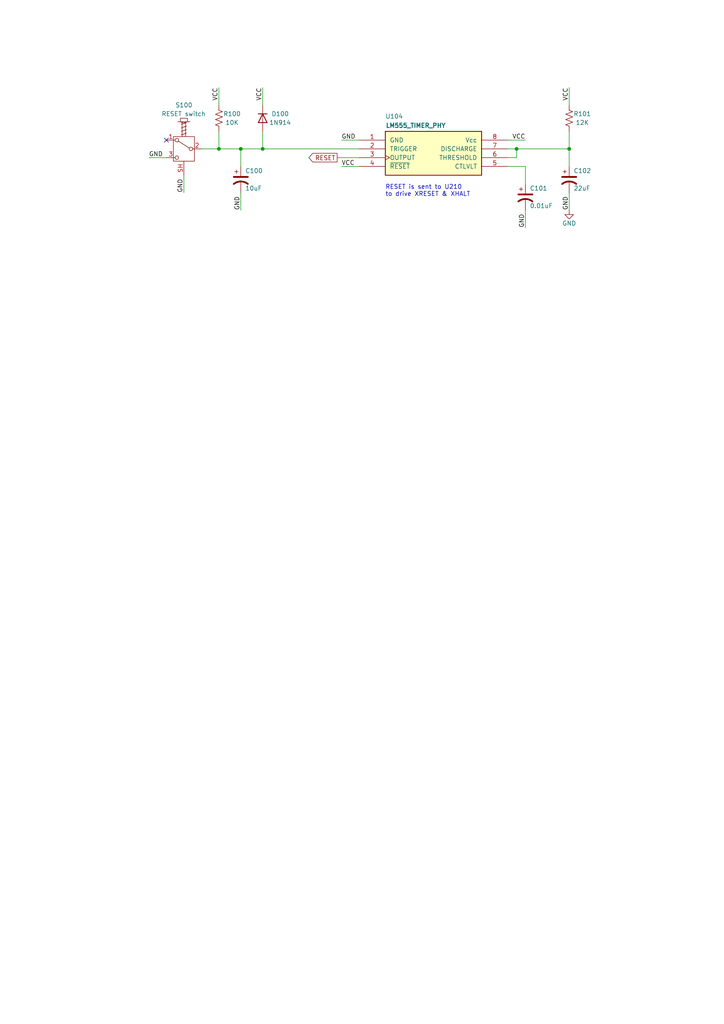
<source format=kicad_sch>
(kicad_sch (version 20230121) (generator eeschema)
  (paper "A4" portrait)
  (title_block (title "Converted schematics of Atari STE") (date "2021-08-31") (rev "1.0.0") (comment 1 "Reference : C300780-001"))
  (lib_symbols
    (symbol "Device:CP1" (pin_numbers hide) (pin_names (offset 0.254) hide)
      (property "Reference" "C" (at 0.635 2.54 0))
      (property "Value" "Device_CP1" (at 0.635 -2.54 0))
      (symbol "CP1_0_1"
        (polyline (pts (xy -2.032 0.762) (xy 2.032 0.762)) (stroke (width 0.508)))
        (polyline (pts (xy -1.778 2.286) (xy -0.762 2.286)))
        (polyline (pts (xy -1.27 1.778) (xy -1.27 2.794)))
        (arc (start 2.032 -1.27) (mid 0 -0.5572) (end -2.032 -1.27) (stroke (width 0.508)))
      )
      (symbol "CP1_1_1"
        (pin passive line (at 0 3.81 270) (length 2.794) (name "~") (number "1"))
        (pin passive line (at 0 -3.81 90) (length 3.302) (name "~") (number "2"))
      )
    )
    (symbol "Device:D" (pin_numbers hide) (pin_names (offset 1.016) hide)
      (property "Reference" "D" (at 0 2.54 0))
      (property "Value" "D" (at 0 -2.54 0))
      (symbol "D_0_1"
        (polyline (pts (xy -1.27 1.27) (xy -1.27 -1.27)) (stroke (width 0.254)))
        (polyline (pts (xy 1.27 0) (xy -1.27 0)))
        (polyline (pts (xy 1.27 1.27) (xy 1.27 -1.27) (xy -1.27 0) (xy 1.27 1.27)) (stroke (width 0.254)))
      )
      (symbol "D_1_1"
        (pin passive line (at -3.81 0 0) (length 2.54) (name "K") (number "1"))
        (pin passive line (at 3.81 0 180) (length 2.54) (name "A") (number "2"))
      )
    )
    (symbol "Device:R_US" (pin_numbers hide) (pin_names (offset 0))
      (property "Reference" "R" (at 2.54 0 90))
      (property "Value" "R_US" (at -2.54 0 90))
      (symbol "R_US_0_1"
        (polyline (pts (xy 0 -2.286) (xy 0 -2.54)))
        (polyline (pts (xy 0 2.286) (xy 0 2.54)))
        (polyline (pts (xy 0 -0.762) (xy 1.016 -1.143) (xy 0 -1.524) (xy -1.016 -1.905) (xy 0 -2.286)))
        (polyline (pts (xy 0 0.762) (xy 1.016 0.381) (xy 0 0) (xy -1.016 -0.381) (xy 0 -0.762)))
        (polyline (pts (xy 0 2.286) (xy 1.016 1.905) (xy 0 1.524) (xy -1.016 1.143) (xy 0 0.762)))
      )
      (symbol "R_US_1_1"
        (pin passive line (at 0 3.81 270) (length 1.27) (name "~") (number "1"))
        (pin passive line (at 0 -3.81 90) (length 1.27) (name "~") (number "2"))
      )
    )
    (symbol "lm555:LM555_TIMER_PHY" (pin_names (offset 1.27))
      (property "Reference" "U" (at -13.97 11.43 0))
      (property "Value" "LM555_TIMER_PHY" (at -13.97 8.89 0))
      (symbol "LM555_TIMER_PHY_0_0"
        (rectangle (start -13.97 6.35) (end 13.97 -6.35) (stroke (width 0.254)) (fill (type background)))
        (pin power_in line (at -21.59 3.81 0) (length 7.62) (name "GND") (number "1"))
        (pin input line (at -21.59 1.27 0) (length 7.62) (name "TRIGGER") (number "2"))
        (pin output clock (at -21.59 -1.27 0) (length 7.62) (name "OUTPUT") (number "3"))
        (pin input line (at -21.59 -3.81 0) (length 7.62) (name "~{RESET}") (number "4"))
        (pin input line (at 21.59 -3.81 180) (length 7.62) (name "CTLVLT") (number "5"))
        (pin input line (at 21.59 -1.27 180) (length 7.62) (name "THRESHOLD") (number "6"))
        (pin input line (at 21.59 1.27 180) (length 7.62) (name "DISCHARGE") (number "7"))
        (pin power_in line (at 21.59 3.81 180) (length 7.62) (name "Vcc") (number "8"))
      )
    )
    (symbol "power:GND" (power) (pin_names (offset 0))
      (property "Value" "GND" (at 0 -3.81 0))
      (symbol "GND_0_1"
        (polyline (pts (xy 0 0) (xy 0 -1.27) (xy 1.27 -1.27) (xy 0 -2.54) (xy -1.27 -1.27) (xy 0 -1.27)))
      )
      (symbol "GND_1_1"
        (pin power_in line (at 0 0 270) (length 0) hide (name "GND") (number "1"))
      )
    )
    (symbol "reset-switch:SW_SPDT_Reset_switch" (pin_names (offset 0) hide)
      (property "Reference" "SW" (at 1.016 6.604 0))
      (property "Value" "SW_SPDT_Reset_switch" (at 1.016 4.572 0))
      (symbol "SW_SPDT_Reset_switch_0_0"
        (circle (center -2.032 0) (radius 0.508))
        (circle (center 2.032 -2.54) (radius 0.508))
      )
      (symbol "SW_SPDT_Reset_switch_0_1"
        (rectangle (start -3.048 3.556) (end 3.048 -3.556))
        (polyline (pts (xy -1.524 0.254) (xy 1.651 2.286)))
        (polyline (pts (xy -1.016 7.874) (xy 1.016 7.874)))
        (polyline (pts (xy -0.762 4.572) (xy 0.762 4.064)))
        (polyline (pts (xy -0.762 5.588) (xy 0.762 5.08)))
        (polyline (pts (xy -0.762 6.604) (xy 0.762 6.096)))
        (polyline (pts (xy -0.508 7.874) (xy -0.508 3.556)))
        (polyline (pts (xy 0.508 7.874) (xy 0.508 3.556)))
        (polyline (pts (xy 0.762 7.62) (xy -0.762 7.62) (xy 0.762 7.112)))
        (polyline (pts (xy -1.778 7.874) (xy -1.016 7.874) (xy -1.016 8.89) (xy 1.016 8.89) (xy 1.016 7.874) (xy 1.778 7.874)))
        (circle (center 2.032 2.54) (radius 0.508))
      )
      (symbol "SW_SPDT_Reset_switch_1_1"
        (pin passive line (at 5.08 2.54 180) (length 2.54) (name "A") (number "1"))
        (pin passive line (at -5.08 0 0) (length 2.54) (name "B") (number "2"))
        (pin passive line (at 5.08 -2.54 180) (length 2.54) (name "C") (number "3"))
        (pin passive line (at 0 -7.62 90) (length 4.064) (name "Shield") (number "SH"))
      )
    )
  )
  (junction (at 69.85 43.18))
  (junction (at 149.86 43.18))
  (junction (at 76.2 43.18))
  (junction (at 165.1 43.18))
  (junction (at 63.5 43.18))
  (no_connect (at 48.26 40.64))
  (wire (pts (xy 152.4 60.96) (xy 152.4 66.04)))
  (wire (pts (xy 76.2 43.18) (xy 104.14 43.18)))
  (wire (pts (xy 165.1 55.88) (xy 165.1 60.96)))
  (wire (pts (xy 165.1 43.18) (xy 165.1 48.26)))
  (wire (pts (xy 147.32 45.72) (xy 149.86 45.72)))
  (wire (pts (xy 97.79 45.72) (xy 104.14 45.72)))
  (wire (pts (xy 63.5 43.18) (xy 58.42 43.18)))
  (wire (pts (xy 147.32 43.18) (xy 149.86 43.18)))
  (wire (pts (xy 63.5 30.48) (xy 63.5 25.4)))
  (wire (pts (xy 149.86 43.18) (xy 165.1 43.18)))
  (wire (pts (xy 147.32 40.64) (xy 152.4 40.64)))
  (wire (pts (xy 53.34 50.8) (xy 53.34 55.88)))
  (wire (pts (xy 165.1 38.1) (xy 165.1 43.18)))
  (wire (pts (xy 152.4 48.26) (xy 152.4 53.34)))
  (wire (pts (xy 69.85 55.88) (xy 69.85 60.96)))
  (wire (pts (xy 69.85 43.18) (xy 76.2 43.18)))
  (wire (pts (xy 76.2 30.48) (xy 76.2 25.4)))
  (wire (pts (xy 63.5 43.18) (xy 63.5 38.1)))
  (wire (pts (xy 147.32 48.26) (xy 152.4 48.26)))
  (wire (pts (xy 69.85 43.18) (xy 69.85 48.26)))
  (wire (pts (xy 63.5 43.18) (xy 69.85 43.18)))
  (wire (pts (xy 99.06 48.26) (xy 104.14 48.26)))
  (wire (pts (xy 76.2 43.18) (xy 76.2 38.1)))
  (wire (pts (xy 99.06 40.64) (xy 104.14 40.64)))
  (wire (pts (xy 48.26 45.72) (xy 43.18 45.72)))
  (wire (pts (xy 165.1 30.48) (xy 165.1 25.4)))
  (wire (pts (xy 149.86 45.72) (xy 149.86 43.18)))
  (text "RESET is sent to U210 \nto drive XRESET & XHALT" (at 111.76 57.15 0) (effects (font (size 1.27 1.27)) (justify left bottom)))
  (label "GND" (at 152.4 66.04 90))
  (label "VCC" (at 99.06 48.26 0))
  (label "VCC" (at 152.4 40.64 180))
  (label "GND" (at 69.85 60.96 90))
  (label "GND" (at 43.18 45.72 0))
  (label "GND" (at 99.06 40.64 0))
  (label "GND" (at 53.34 55.88 90))
  (label "VCC" (at 165.1 25.4 270))
  (label "VCC" (at 63.5 25.4 270))
  (label "VCC" (at 76.2 25.4 270))
  (label "GND" (at 165.1 60.96 90))
  (global_label "RESET" (shape output) (at 97.79 45.72 180) (property "Intersheetrefs" "${INTERSHEET_REFS}" (effects hide)))
  (symbol (lib_id "lm555:LM555_TIMER_PHY") (at 125.73 44.45 0) (unit 1)
    (property "Reference" "U104" (at 111.76 33.02 0) (effects (justify left top)))
    (property "Value" "LM555_TIMER_PHY" (at 111.76 35.56 0) (effects (font bold) (justify left top)))
    (property "Footprint" "Package_DIP:DIP-8_W7.62mm_LongPads" (effects hide))
    (property "Datasheet" "https://www.ti.com/lit/ds/symlink/lm555.pdf" (effects hide))
  )
  (symbol (lib_id "reset-switch:SW_SPDT_Reset_switch") (at 53.34 43.18 0) (mirror y) (unit 1)
    (property "Reference" "S100" (at 55.88 30.48 0) (effects (justify left)))
    (property "Value" "RESET switch" (at 59.69 33.02 0) (effects (justify left)))
    (property "Footprint" "atari-interconnect:switch-spdt-momentary-action_Reset_pushbutton" (effects hide))
  )
  (symbol (lib_id "Device:R_US") (at 63.5 34.29 0) (unit 1)
    (property "Reference" "R100" (at 67.31 33.02 0))
    (property "Value" "10K" (at 67.31 35.56 0))
    (property "Footprint" "commons_passives_THT:Passive_THT_resistor_W2.54mm_L12.70mm" (effects hide))
  )
  (symbol (lib_id "Device:CP1") (at 69.85 52.07 0) (unit 1)
    (property "Reference" "C100" (at 71.12 49.53 0) (effects (justify left)))
    (property "Value" "10uF" (at 71.12 54.61 0) (effects (justify left)))
    (property "Footprint" "commons_passives_THT:Passive_THT_capacitor_polarized_W5.08mm_L17.78mm" (effects hide))
  )
  (symbol (lib_id "Device:D") (at 76.2 34.29 270) (unit 1)
    (property "Reference" "D100" (at 81.28 33.02 90))
    (property "Value" "1N914" (at 81.28 35.56 90))
    (property "Footprint" "commons_passives_THT:Passive_THT_diode_W2.54mm_L12.70mm" (effects hide))
  )
  (symbol (lib_id "Device:CP1") (at 152.4 57.15 0) (unit 1)
    (property "Reference" "C101" (at 153.67 54.61 0) (effects (justify left)))
    (property "Value" "0.01uF" (at 153.67 59.69 0) (effects (justify left)))
    (property "Footprint" "commons_passives_THT:Passive_THT_capacitor_W2.54mm_L10.16mm" (effects hide))
  )
  (symbol (lib_id "Device:CP1") (at 165.1 52.07 0) (unit 1)
    (property "Reference" "C102" (at 166.37 49.53 0) (effects (justify left)))
    (property "Value" "22uF" (at 166.37 54.61 0) (effects (justify left)))
    (property "Footprint" "commons_passives_THT:Passive_THT_capacitor_polarized_W6.35mm_L20.32mm" (effects hide))
  )
  (symbol (lib_id "Device:R_US") (at 165.1 34.29 0) (unit 1)
    (property "Reference" "R101" (at 168.91 33.02 0))
    (property "Value" "12K" (at 168.91 35.56 0))
    (property "Footprint" "commons_passives_THT:Passive_THT_resistor_W2.54mm_L12.70mm" (effects hide))
  )
  (symbol (lib_id "power:GND") (at 165.1 60.96 0) (unit 1)
    (property "Reference" "#PWR05" (effects hide))
    (property "Value" "GND" (at 165.1 64.77 0))
  )
)
</source>
